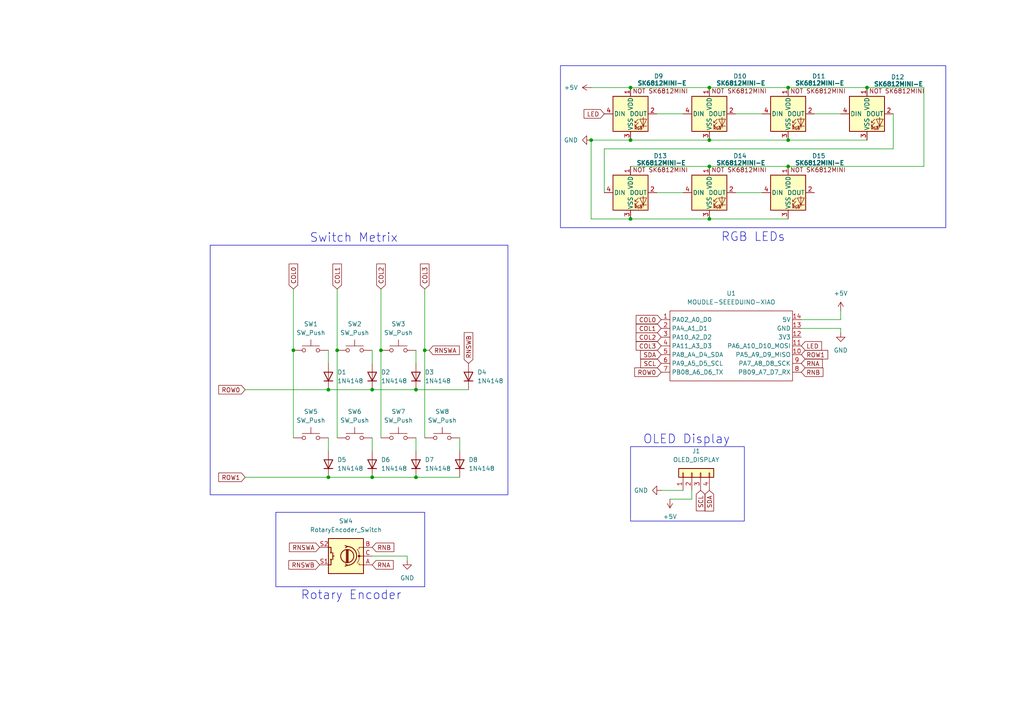
<source format=kicad_sch>
(kicad_sch (version 20250114) (generator "eeschema") (generator_version "9.0")
  (paper "A4")
  (lib_symbols
    (symbol "Connector_Generic:Conn_01x04" (pin_names (offset 1.016) (hide yes))
      (property "Reference" "J" (at 0 5.08 0))
      (property "Value" "Conn_01x04" (at 0 -7.62 0))
      (symbol "Conn_01x04_1_1"
        (rectangle (start -1.27 3.81) (end 1.27 -6.35) (stroke (width 0.254)) (fill (type background)))
        (rectangle (start -1.27 2.667) (end 0 2.413) (stroke (width 0.1524)))
        (rectangle (start -1.27 0.127) (end 0 -0.127) (stroke (width 0.1524)))
        (rectangle (start -1.27 -2.413) (end 0 -2.667) (stroke (width 0.1524)))
        (rectangle (start -1.27 -4.953) (end 0 -5.207) (stroke (width 0.1524)))
        (pin passive line (at -5.08 2.54 0) (length 3.81) (name "Pin_1") (number "1"))
        (pin passive line (at -5.08 0 0) (length 3.81) (name "Pin_2") (number "2"))
        (pin passive line (at -5.08 -2.54 0) (length 3.81) (name "Pin_3") (number "3"))
        (pin passive line (at -5.08 -5.08 0) (length 3.81) (name "Pin_4") (number "4"))
      )
    )
    (symbol "Diode:1N4148" (pin_numbers (hide yes)) (pin_names (hide yes))
      (property "Reference" "D" (at 0 2.54 0))
      (property "Value" "1N4148" (at 0 -2.54 0))
      (symbol "1N4148_0_1"
        (polyline (pts (xy -1.27 1.27) (xy -1.27 -1.27)) (stroke (width 0.254)))
        (polyline (pts (xy 1.27 1.27) (xy 1.27 -1.27) (xy -1.27 0) (xy 1.27 1.27)) (stroke (width 0.254)))
        (polyline (pts (xy 1.27 0) (xy -1.27 0)))
      )
      (symbol "1N4148_1_1"
        (pin passive line (at -3.81 0 0) (length 2.54) (name "K") (number "1"))
        (pin passive line (at 3.81 0 180) (length 2.54) (name "A") (number "2"))
      )
    )
    (symbol "RotaryEncoder_Switch:RotaryEncoder_Switch" (pin_names (offset 0.254) (hide yes))
      (property "Reference" "SW" (at 0 6.604 0))
      (property "Value" "RotaryEncoder_Switch" (at 0 -6.604 0))
      (symbol "RotaryEncoder_Switch_0_1"
        (rectangle (start -5.08 5.08) (end 5.08 -5.08) (stroke (width 0.254)) (fill (type background)))
        (polyline (pts (xy -5.08 2.54) (xy -3.81 2.54) (xy -3.81 2.032)))
        (polyline (pts (xy -5.08 0) (xy -3.81 0) (xy -3.81 -1.016) (xy -3.302 -2.032)))
        (polyline (pts (xy -5.08 -2.54) (xy -3.81 -2.54) (xy -3.81 -2.032)))
        (polyline (pts (xy -4.318 0) (xy -3.81 0) (xy -3.81 1.016) (xy -3.302 2.032)))
        (circle (center -3.81 0) (radius 0.254) (fill (type outline)))
        (polyline (pts (xy -0.635 -1.778) (xy -0.635 1.778)) (stroke (width 0.254)))
        (circle (center -0.381 0) (radius 1.905) (stroke (width 0.254)))
        (polyline (pts (xy -0.381 -1.778) (xy -0.381 1.778)) (stroke (width 0.254)))
        (arc (start -0.381 -2.794) (mid -3.0988 -0.0635) (end -0.381 2.667) (stroke (width 0.254)))
        (polyline (pts (xy -0.127 1.778) (xy -0.127 -1.778)) (stroke (width 0.254)))
        (polyline (pts (xy 0.254 2.921) (xy -0.508 2.667) (xy 0.127 2.286)) (stroke (width 0.254)))
        (polyline (pts (xy 0.254 -3.048) (xy -0.508 -2.794) (xy 0.127 -2.413)) (stroke (width 0.254)))
        (polyline (pts (xy 3.81 1.016) (xy 3.81 -1.016)) (stroke (width 0.254)))
        (polyline (pts (xy 3.81 0) (xy 3.429 0)) (stroke (width 0.254)))
        (circle (center 4.318 1.016) (radius 0.127) (stroke (width 0.254)))
        (circle (center 4.318 -1.016) (radius 0.127) (stroke (width 0.254)))
        (polyline (pts (xy 5.08 2.54) (xy 4.318 2.54) (xy 4.318 1.016)) (stroke (width 0.254)))
        (polyline (pts (xy 5.08 -2.54) (xy 4.318 -2.54) (xy 4.318 -1.016)) (stroke (width 0.254)))
      )
      (symbol "RotaryEncoder_Switch_1_1"
        (pin passive line (at -7.62 2.54 0) (length 2.54) (name "A") (number "A"))
        (pin passive line (at -7.62 0 0) (length 2.54) (name "C") (number "C"))
        (pin passive line (at -7.62 -2.54 0) (length 2.54) (name "B") (number "B"))
        (pin passive line (at 7.62 2.54 180) (length 2.54) (name "S1") (number "S1"))
        (pin passive line (at 7.62 -2.54 180) (length 2.54) (name "S2") (number "S2"))
      )
    )
    (symbol "SK6812MINI-E:SK6812MINI-E" (pin_names (offset 0.254))
      (property "Reference" "D" (at -3.556 5.842 0))
      (property "Value" "SK6812MINI-E" (at 1.27 -5.715 0))
      (symbol "SK6812MINI-E_0_0"
        (text "RGB" (at 2.286 -4.191 0) (effects (font (size 0.762 0.762))))
      )
      (symbol "SK6812MINI-E_0_1"
        (rectangle (start -5.08 5.08) (end 5.08 -5.08) (stroke (width 0.254)) (fill (type background)))
        (polyline (pts (xy 1.27 -2.54) (xy 1.778 -2.54)))
        (polyline (pts (xy 1.27 -3.556) (xy 1.778 -3.556)))
        (polyline (pts (xy 2.286 -1.524) (xy 1.27 -2.54) (xy 1.27 -2.032)))
        (polyline (pts (xy 2.286 -2.54) (xy 1.27 -3.556) (xy 1.27 -3.048)))
        (polyline (pts (xy 3.683 -1.016) (xy 3.683 -3.556) (xy 3.683 -4.064)))
        (polyline (pts (xy 4.699 -1.524) (xy 2.667 -1.524) (xy 3.683 -3.556) (xy 4.699 -1.524)))
        (polyline (pts (xy 4.699 -3.556) (xy 2.667 -3.556)))
      )
      (symbol "SK6812MINI-E_1_1"
        (text "NOT SK6812MINI" (at 8.636 6.604 0) (effects (font (size 1.27 1.27))))
        (pin input line (at -7.62 0 0) (length 2.54) (name "DIN") (number "4"))
        (pin power_in line (at 0 7.62 270) (length 2.54) (name "VDD") (number "1"))
        (pin power_in line (at 0 -7.62 90) (length 2.54) (name "VSS") (number "3"))
        (pin output line (at 7.62 0 180) (length 2.54) (name "DOUT") (number "2"))
      )
    )
    (symbol "Switch:SW_Push" (pin_numbers (hide yes)) (pin_names (offset 1.016) (hide yes))
      (property "Reference" "SW" (at 1.27 2.54 0))
      (property "Value" "SW_Push" (at 0 -1.524 0))
      (symbol "SW_Push_0_1"
        (circle (center -2.032 0) (radius 0.508))
        (polyline (pts (xy 0 1.27) (xy 0 3.048)))
        (circle (center 2.032 0) (radius 0.508))
        (polyline (pts (xy 2.54 1.27) (xy -2.54 1.27)))
        (pin passive line (at -5.08 0 0) (length 2.54) (name "1") (number "1"))
        (pin passive line (at 5.08 0 180) (length 2.54) (name "2") (number "2"))
      )
    )
    (symbol "XIAO_RP2040:MOUDLE-SEEEDUINO-XIAO"
      (property "Reference" "U" (at -16.51 11.43 0))
      (property "Value" "MOUDLE-SEEEDUINO-XIAO" (at -3.81 -11.43 0))
      (symbol "MOUDLE-SEEEDUINO-XIAO_0_1"
        (rectangle (start -16.51 10.16) (end 19.05 -10.16))
      )
      (symbol "MOUDLE-SEEEDUINO-XIAO_1_1"
        (pin passive line (at -19.05 7.62 0) (length 2.54) (name "PA02_A0_D0") (number "1"))
        (pin passive line (at -19.05 5.08 0) (length 2.54) (name "PA4_A1_D1") (number "2"))
        (pin passive line (at -19.05 2.54 0) (length 2.54) (name "PA10_A2_D2") (number "3"))
        (pin passive line (at -19.05 0 0) (length 2.54) (name "PA11_A3_D3") (number "4"))
        (pin passive line (at -19.05 -2.54 0) (length 2.54) (name "PA8_A4_D4_SDA") (number "5"))
        (pin passive line (at -19.05 -5.08 0) (length 2.54) (name "PA9_A5_D5_SCL") (number "6"))
        (pin passive line (at -19.05 -7.62 0) (length 2.54) (name "PB08_A6_D6_TX") (number "7"))
        (pin passive line (at 21.59 7.62 180) (length 2.54) (name "5V") (number "14"))
        (pin passive line (at 21.59 5.08 180) (length 2.54) (name "GND") (number "13"))
        (pin passive line (at 21.59 2.54 180) (length 2.54) (name "3V3") (number "12"))
        (pin passive line (at 21.59 0 180) (length 2.54) (name "PA6_A10_D10_MOSI") (number "11"))
        (pin passive line (at 21.59 -2.54 180) (length 2.54) (name "PA5_A9_D9_MISO") (number "10"))
        (pin passive line (at 21.59 -5.08 180) (length 2.54) (name "PA7_A8_D8_SCK") (number "9"))
        (pin passive line (at 21.59 -7.62 180) (length 2.54) (name "PB09_A7_D7_RX") (number "8"))
      )
    )
    (symbol "power:+5V" (power) (pin_numbers (hide yes)) (pin_names (offset 0) (hide yes))
      (property "Value" "+5V" (at 0 3.556 0))
      (symbol "+5V_0_1"
        (polyline (pts (xy -0.762 1.27) (xy 0 2.54)))
        (polyline (pts (xy 0 2.54) (xy 0.762 1.27)))
        (polyline (pts (xy 0 0) (xy 0 2.54)))
      )
      (symbol "+5V_1_1"
        (pin power_in line (at 0 0 90) (length 0) (name "~") (number "1"))
      )
    )
    (symbol "power:GND" (power) (pin_numbers (hide yes)) (pin_names (offset 0) (hide yes))
      (property "Value" "GND" (at 0 -3.81 0))
      (symbol "GND_0_1"
        (polyline (pts (xy 0 0) (xy 0 -1.27) (xy 1.27 -1.27) (xy 0 -2.54) (xy -1.27 -1.27) (xy 0 -1.27)))
      )
      (symbol "GND_1_1"
        (pin power_in line (at 0 0 270) (length 0) (name "~") (number "1"))
      )
    )
  )
  (rectangle (start 162.56 19.05) (end 274.32 66.04))
  (rectangle (start 182.88 129.54) (end 215.9 151.13))
  (rectangle (start 80.01 148.59) (end 123.19 170.18))
  (rectangle (start 60.96 71.12) (end 147.32 143.51))
  (text "RGB LEDs" (at 218.44 68.834 0) (effects (font (size 2.54 2.54))))
  (text "Switch Metrix" (at 102.616 69.088 0) (effects (font (size 2.54 2.54))))
  (text "OLED Display" (at 199.136 127.508 0) (effects (font (size 2.54 2.54))))
  (text "Rotary Encoder" (at 101.854 172.72 0) (effects (font (size 2.54 2.54))))
  (junction (at 182.88 25.4))
  (junction (at 205.74 48.26))
  (junction (at 171.45 40.64))
  (junction (at 205.74 40.64))
  (junction (at 120.65 113.03))
  (junction (at 182.88 40.64))
  (junction (at 123.19 101.6))
  (junction (at 85.09 101.6))
  (junction (at 205.74 63.5))
  (junction (at 228.6 25.4))
  (junction (at 228.6 40.64))
  (junction (at 251.46 25.4))
  (junction (at 120.65 138.43))
  (junction (at 95.25 113.03))
  (junction (at 228.6 48.26))
  (junction (at 182.88 63.5))
  (junction (at 107.95 113.03))
  (junction (at 107.95 138.43))
  (junction (at 110.49 101.6))
  (junction (at 97.79 101.6))
  (junction (at 95.25 138.43))
  (junction (at 205.74 25.4))
  (wire (pts (xy 213.36 55.88) (xy 220.98 55.88)))
  (wire (pts (xy 267.97 25.4) (xy 267.97 48.26)))
  (wire (pts (xy 97.79 83.82) (xy 97.79 101.6)))
  (wire (pts (xy 97.79 101.6) (xy 97.79 127)))
  (wire (pts (xy 95.25 138.43) (xy 107.95 138.43)))
  (wire (pts (xy 228.6 48.26) (xy 267.97 48.26)))
  (wire (pts (xy 190.5 55.88) (xy 198.12 55.88)))
  (wire (pts (xy 182.88 25.4) (xy 205.74 25.4)))
  (wire (pts (xy 71.12 138.43) (xy 95.25 138.43)))
  (wire (pts (xy 107.95 113.03) (xy 120.65 113.03)))
  (wire (pts (xy 232.41 95.25) (xy 243.84 95.25)))
  (wire (pts (xy 107.95 138.43) (xy 120.65 138.43)))
  (wire (pts (xy 251.46 25.4) (xy 267.97 25.4)))
  (wire (pts (xy 120.65 113.03) (xy 135.89 113.03)))
  (wire (pts (xy 133.35 127) (xy 133.35 130.81)))
  (wire (pts (xy 200.66 144.78) (xy 194.31 144.78)))
  (wire (pts (xy 107.95 101.6) (xy 107.95 105.41)))
  (wire (pts (xy 110.49 83.82) (xy 110.49 101.6)))
  (wire (pts (xy 205.74 63.5) (xy 228.6 63.5)))
  (wire (pts (xy 118.11 161.29) (xy 118.11 162.56)))
  (wire (pts (xy 95.25 101.6) (xy 95.25 105.41)))
  (wire (pts (xy 191.77 142.24) (xy 198.12 142.24)))
  (wire (pts (xy 120.65 127) (xy 120.65 130.81)))
  (wire (pts (xy 182.88 48.26) (xy 205.74 48.26)))
  (wire (pts (xy 107.95 127) (xy 107.95 130.81)))
  (wire (pts (xy 190.5 33.02) (xy 198.12 33.02)))
  (wire (pts (xy 236.22 33.02) (xy 243.84 33.02)))
  (wire (pts (xy 171.45 40.64) (xy 182.88 40.64)))
  (wire (pts (xy 182.88 63.5) (xy 171.45 63.5)))
  (wire (pts (xy 228.6 25.4) (xy 251.46 25.4)))
  (wire (pts (xy 85.09 83.82) (xy 85.09 101.6)))
  (wire (pts (xy 171.45 25.4) (xy 182.88 25.4)))
  (wire (pts (xy 120.65 101.6) (xy 120.65 105.41)))
  (wire (pts (xy 182.88 63.5) (xy 205.74 63.5)))
  (wire (pts (xy 110.49 101.6) (xy 110.49 127)))
  (wire (pts (xy 85.09 101.6) (xy 85.09 127)))
  (wire (pts (xy 95.25 113.03) (xy 107.95 113.03)))
  (wire (pts (xy 228.6 40.64) (xy 251.46 40.64)))
  (wire (pts (xy 175.26 43.18) (xy 175.26 55.88)))
  (wire (pts (xy 123.19 101.6) (xy 123.19 127)))
  (wire (pts (xy 205.74 48.26) (xy 228.6 48.26)))
  (wire (pts (xy 171.45 63.5) (xy 171.45 40.64)))
  (wire (pts (xy 205.74 25.4) (xy 228.6 25.4)))
  (wire (pts (xy 182.88 40.64) (xy 205.74 40.64)))
  (wire (pts (xy 200.66 142.24) (xy 200.66 144.78)))
  (wire (pts (xy 107.95 161.29) (xy 118.11 161.29)))
  (wire (pts (xy 123.19 83.82) (xy 123.19 101.6)))
  (wire (pts (xy 95.25 127) (xy 95.25 130.81)))
  (wire (pts (xy 259.08 33.02) (xy 259.08 43.18)))
  (wire (pts (xy 120.65 138.43) (xy 133.35 138.43)))
  (wire (pts (xy 259.08 43.18) (xy 175.26 43.18)))
  (wire (pts (xy 213.36 33.02) (xy 220.98 33.02)))
  (wire (pts (xy 124.46 101.6) (xy 123.19 101.6)))
  (wire (pts (xy 232.41 92.71) (xy 243.84 92.71)))
  (wire (pts (xy 205.74 40.64) (xy 228.6 40.64)))
  (wire (pts (xy 243.84 95.25) (xy 243.84 96.52)))
  (wire (pts (xy 243.84 90.17) (xy 243.84 92.71)))
  (wire (pts (xy 71.12 113.03) (xy 95.25 113.03)))
  (global_label "LED" (shape input) (at 232.41 100.33 0) (property "Intersheetrefs" "${INTERSHEET_REFS}" (effects (hide yes))))
  (global_label "RNB" (shape input) (at 232.41 107.95 0) (property "Intersheetrefs" "${INTERSHEET_REFS}" (effects (hide yes))))
  (global_label "SCL" (shape input) (at 203.2 142.24 270) (property "Intersheetrefs" "${INTERSHEET_REFS}" (effects (hide yes))))
  (global_label "RNSWA" (shape input) (at 124.46 101.6 0) (property "Intersheetrefs" "${INTERSHEET_REFS}" (effects (hide yes))))
  (global_label "SCL" (shape input) (at 191.77 105.41 180) (property "Intersheetrefs" "${INTERSHEET_REFS}" (effects (hide yes))))
  (global_label "RNSWB" (shape input) (at 135.89 105.41 90) (property "Intersheetrefs" "${INTERSHEET_REFS}" (effects (hide yes))))
  (global_label "ROW0" (shape input) (at 191.77 107.95 180) (property "Intersheetrefs" "${INTERSHEET_REFS}" (effects (hide yes))))
  (global_label "COL1" (shape input) (at 97.79 83.82 90) (property "Intersheetrefs" "${INTERSHEET_REFS}" (effects (hide yes))))
  (global_label "RNB" (shape input) (at 107.95 158.75 0) (property "Intersheetrefs" "${INTERSHEET_REFS}" (effects (hide yes))))
  (global_label "ROW1" (shape input) (at 232.41 102.87 0) (property "Intersheetrefs" "${INTERSHEET_REFS}" (effects (hide yes))))
  (global_label "COL3" (shape input) (at 191.77 100.33 180) (property "Intersheetrefs" "${INTERSHEET_REFS}" (effects (hide yes))))
  (global_label "COL3" (shape input) (at 123.19 83.82 90) (property "Intersheetrefs" "${INTERSHEET_REFS}" (effects (hide yes))))
  (global_label "COL2" (shape input) (at 191.77 97.79 180) (property "Intersheetrefs" "${INTERSHEET_REFS}" (effects (hide yes))))
  (global_label "SDA" (shape input) (at 191.77 102.87 180) (property "Intersheetrefs" "${INTERSHEET_REFS}" (effects (hide yes))))
  (global_label "ROW0" (shape input) (at 71.12 113.03 180) (property "Intersheetrefs" "${INTERSHEET_REFS}" (effects (hide yes))))
  (global_label "LED" (shape input) (at 175.26 33.02 180) (property "Intersheetrefs" "${INTERSHEET_REFS}" (effects (hide yes))))
  (global_label "COL2" (shape input) (at 110.49 83.82 90) (property "Intersheetrefs" "${INTERSHEET_REFS}" (effects (hide yes))))
  (global_label "COL0" (shape input) (at 85.09 83.82 90) (property "Intersheetrefs" "${INTERSHEET_REFS}" (effects (hide yes))))
  (global_label "ROW1" (shape input) (at 71.12 138.43 180) (property "Intersheetrefs" "${INTERSHEET_REFS}" (effects (hide yes))))
  (global_label "COL0" (shape input) (at 191.77 92.71 180) (property "Intersheetrefs" "${INTERSHEET_REFS}" (effects (hide yes))))
  (global_label "SDA" (shape input) (at 205.74 142.24 270) (property "Intersheetrefs" "${INTERSHEET_REFS}" (effects (hide yes))))
  (global_label "RNA" (shape input) (at 232.41 105.41 0) (property "Intersheetrefs" "${INTERSHEET_REFS}" (effects (hide yes))))
  (global_label "COL1" (shape input) (at 191.77 95.25 180) (property "Intersheetrefs" "${INTERSHEET_REFS}" (effects (hide yes))))
  (global_label "RNSWA" (shape input) (at 92.71 158.75 180) (property "Intersheetrefs" "${INTERSHEET_REFS}" (effects (hide yes))))
  (global_label "RNA" (shape input) (at 107.95 163.83 0) (property "Intersheetrefs" "${INTERSHEET_REFS}" (effects (hide yes))))
  (global_label "RNSWB" (shape input) (at 92.71 163.83 180) (property "Intersheetrefs" "${INTERSHEET_REFS}" (effects (hide yes))))
  (symbol (lib_id "power:+5V") (at 171.45 25.4 90) (unit 1)
    (property "Reference" "#PWR06" (effects (hide yes)))
    (property "Value" "+5V" (at 167.64 25.3999 90) (effects (justify left)))
    (property "Description" "Power symbol creates a global label with name \"+5V\"" (effects (hide yes)))
  )
  (symbol (lib_id "power:GND") (at 243.84 96.52 0) (unit 1)
    (property "Reference" "#PWR01" (effects (hide yes)))
    (property "Value" "GND" (at 243.84 101.6 0))
    (property "Description" "Power symbol creates a global label with name \"GND\" , ground" (effects (hide yes)))
  )
  (symbol (lib_id "power:GND") (at 118.11 162.56 0) (unit 1)
    (property "Reference" "#PWR03" (effects (hide yes)))
    (property "Value" "GND" (at 118.11 167.64 0))
    (property "Description" "Power symbol creates a global label with name \"GND\" , ground" (effects (hide yes)))
  )
  (symbol (lib_id "Switch:SW_Push") (at 102.87 101.6 0) (unit 1)
    (property "Reference" "SW2" (at 102.87 93.98 0))
    (property "Value" "SW_Push" (at 102.87 96.52 0))
    (property "Footprint" "Button_Switch_Keyboard:SW_Cherry_MX_1.00u_PCB" (effects (hide yes)))
    (property "Description" "Push button switch, generic, two pins" (effects (hide yes)))
  )
  (symbol (lib_id "Diode:1N4148") (at 133.35 134.62 90) (unit 1)
    (property "Reference" "D8" (at 135.89 133.3499 90) (effects (justify right)))
    (property "Value" "1N4148" (at 135.89 135.8899 90) (effects (justify right)))
    (property "Footprint" "Diode_THT:D_DO-35_SOD27_P7.62mm_Horizontal" (effects (hide yes)))
    (property "Datasheet" "https://assets.nexperia.com/documents/data-sheet/1N4148_1N4448.pdf" (effects (hide yes)))
    (property "Description" "100V 0.15A standard switching diode, DO-35" (effects (hide yes)))
    (property "Sim.Device" "D" (effects (hide yes)))
    (property "Sim.Pins" "1=K 2=A" (effects (hide yes)))
  )
  (symbol (lib_id "Diode:1N4148") (at 95.25 134.62 90) (unit 1)
    (property "Reference" "D5" (at 97.79 133.3499 90) (effects (justify right)))
    (property "Value" "1N4148" (at 97.79 135.8899 90) (effects (justify right)))
    (property "Footprint" "Diode_THT:D_DO-35_SOD27_P7.62mm_Horizontal" (effects (hide yes)))
    (property "Datasheet" "https://assets.nexperia.com/documents/data-sheet/1N4148_1N4448.pdf" (effects (hide yes)))
    (property "Description" "100V 0.15A standard switching diode, DO-35" (effects (hide yes)))
    (property "Sim.Device" "D" (effects (hide yes)))
    (property "Sim.Pins" "1=K 2=A" (effects (hide yes)))
  )
  (symbol (lib_id "RotaryEncoder_Switch:RotaryEncoder_Switch") (at 100.33 161.29 180) (unit 1)
    (property "Reference" "SW4" (at 100.33 151.13 0))
    (property "Value" "RotaryEncoder_Switch" (at 100.33 153.67 0))
    (property "Footprint" "Rotary_Encoder:RotaryEncoder_Alps_EC11E-Switch_Vertical_H20mm" (effects (hide yes)))
    (property "Description" "Rotary encoder, dual channel, incremental quadrate outputs, with switch" (effects (hide yes)))
  )
  (symbol (lib_id "SK6812MINI-E:SK6812MINI-E") (at 205.74 55.88 0) (unit 1)
    (property "Reference" "D14" (at 214.63 45.212 0))
    (property "Value" "SK6812MINI-E" (at 214.884 47.244 0) (effects (font (thickness 0.254) (bold yes))))
    (property "Footprint" "footprints:SK6812MINI-E_fixed" (effects (hide yes)))
    (property "Datasheet" "https://cdn-shop.adafruit.com/product-files/4960/4960_SK6812MINI-E_REV02_EN.pdf" (effects (hide yes)))
    (property "Description" "RGB LED with integrated controller" (effects (hide yes)))
  )
  (symbol (lib_id "SK6812MINI-E:SK6812MINI-E") (at 182.88 33.02 0) (unit 1)
    (property "Reference" "D9" (at 191.008 22.098 0))
    (property "Value" "SK6812MINI-E" (at 192.024 24.13 0) (effects (font (thickness 0.254) (bold yes))))
    (property "Footprint" "footprints:SK6812MINI-E_fixed" (effects (hide yes)))
    (property "Datasheet" "https://cdn-shop.adafruit.com/product-files/4960/4960_SK6812MINI-E_REV02_EN.pdf" (effects (hide yes)))
    (property "Description" "RGB LED with integrated controller" (effects (hide yes)))
  )
  (symbol (lib_id "Switch:SW_Push") (at 115.57 127 0) (unit 1)
    (property "Reference" "SW7" (at 115.57 119.38 0))
    (property "Value" "SW_Push" (at 115.57 121.92 0))
    (property "Footprint" "Button_Switch_Keyboard:SW_Cherry_MX_1.00u_PCB" (effects (hide yes)))
    (property "Description" "Push button switch, generic, two pins" (effects (hide yes)))
  )
  (symbol (lib_id "Switch:SW_Push") (at 128.27 127 0) (unit 1)
    (property "Reference" "SW8" (at 128.27 119.38 0))
    (property "Value" "SW_Push" (at 128.27 121.92 0))
    (property "Footprint" "Button_Switch_Keyboard:SW_Cherry_MX_1.00u_PCB" (effects (hide yes)))
    (property "Description" "Push button switch, generic, two pins" (effects (hide yes)))
  )
  (symbol (lib_id "Diode:1N4148") (at 120.65 109.22 90) (unit 1)
    (property "Reference" "D3" (at 123.19 107.9499 90) (effects (justify right)))
    (property "Value" "1N4148" (at 123.19 110.4899 90) (effects (justify right)))
    (property "Footprint" "Diode_THT:D_DO-35_SOD27_P7.62mm_Horizontal" (effects (hide yes)))
    (property "Datasheet" "https://assets.nexperia.com/documents/data-sheet/1N4148_1N4448.pdf" (effects (hide yes)))
    (property "Description" "100V 0.15A standard switching diode, DO-35" (effects (hide yes)))
    (property "Sim.Device" "D" (effects (hide yes)))
    (property "Sim.Pins" "1=K 2=A" (effects (hide yes)))
  )
  (symbol (lib_id "Switch:SW_Push") (at 90.17 101.6 0) (unit 1)
    (property "Reference" "SW1" (at 90.17 93.98 0))
    (property "Value" "SW_Push" (at 90.17 96.52 0))
    (property "Footprint" "Button_Switch_Keyboard:SW_Cherry_MX_1.00u_PCB" (effects (hide yes)))
    (property "Description" "Push button switch, generic, two pins" (effects (hide yes)))
  )
  (symbol (lib_id "SK6812MINI-E:SK6812MINI-E") (at 228.6 55.88 0) (unit 1)
    (property "Reference" "D15" (at 237.49 45.212 0))
    (property "Value" "SK6812MINI-E" (at 237.744 47.244 0) (effects (font (thickness 0.254) (bold yes))))
    (property "Footprint" "footprints:SK6812MINI-E_fixed" (effects (hide yes)))
    (property "Datasheet" "https://cdn-shop.adafruit.com/product-files/4960/4960_SK6812MINI-E_REV02_EN.pdf" (effects (hide yes)))
    (property "Description" "RGB LED with integrated controller" (effects (hide yes)))
  )
  (symbol (lib_id "SK6812MINI-E:SK6812MINI-E") (at 182.88 55.88 0) (unit 1)
    (property "Reference" "D13" (at 191.516 45.212 0))
    (property "Value" "SK6812MINI-E" (at 191.77 47.244 0) (effects (font (thickness 0.254) (bold yes))))
    (property "Footprint" "footprints:SK6812MINI-E_fixed" (effects (hide yes)))
    (property "Datasheet" "https://cdn-shop.adafruit.com/product-files/4960/4960_SK6812MINI-E_REV02_EN.pdf" (effects (hide yes)))
    (property "Description" "RGB LED with integrated controller" (effects (hide yes)))
  )
  (symbol (lib_id "XIAO_RP2040:MOUDLE-SEEEDUINO-XIAO") (at 210.82 100.33 0) (unit 1)
    (property "Reference" "U1" (at 212.09 85.09 0))
    (property "Value" "MOUDLE-SEEEDUINO-XIAO" (at 212.09 87.63 0))
    (property "Footprint" "footprints:XIAO-Generic-Hybrid-14P-2.54-21X17.8MM" (effects (hide yes)))
  )
  (symbol (lib_id "power:GND") (at 171.45 40.64 270) (unit 1)
    (property "Reference" "#PWR07" (effects (hide yes)))
    (property "Value" "GND" (at 167.64 40.6399 90) (effects (justify right)))
    (property "Description" "Power symbol creates a global label with name \"GND\" , ground" (effects (hide yes)))
  )
  (symbol (lib_id "SK6812MINI-E:SK6812MINI-E") (at 205.74 33.02 0) (unit 1)
    (property "Reference" "D10" (at 214.63 22.098 0))
    (property "Value" "SK6812MINI-E" (at 214.884 24.13 0) (effects (font (thickness 0.254) (bold yes))))
    (property "Footprint" "footprints:SK6812MINI-E_fixed" (effects (hide yes)))
    (property "Datasheet" "https://cdn-shop.adafruit.com/product-files/4960/4960_SK6812MINI-E_REV02_EN.pdf" (effects (hide yes)))
    (property "Description" "RGB LED with integrated controller" (effects (hide yes)))
  )
  (symbol (lib_id "SK6812MINI-E:SK6812MINI-E") (at 251.46 33.02 0) (unit 1)
    (property "Reference" "D12" (at 260.35 22.352 0))
    (property "Value" "SK6812MINI-E" (at 260.604 24.384 0) (effects (font (thickness 0.254) (bold yes))))
    (property "Footprint" "footprints:SK6812MINI-E_fixed" (effects (hide yes)))
    (property "Datasheet" "https://cdn-shop.adafruit.com/product-files/4960/4960_SK6812MINI-E_REV02_EN.pdf" (effects (hide yes)))
    (property "Description" "RGB LED with integrated controller" (effects (hide yes)))
  )
  (symbol (lib_id "Diode:1N4148") (at 135.89 109.22 90) (unit 1)
    (property "Reference" "D4" (at 138.43 107.9499 90) (effects (justify right)))
    (property "Value" "1N4148" (at 138.43 110.4899 90) (effects (justify right)))
    (property "Footprint" "Diode_THT:D_DO-35_SOD27_P7.62mm_Horizontal" (effects (hide yes)))
    (property "Datasheet" "https://assets.nexperia.com/documents/data-sheet/1N4148_1N4448.pdf" (effects (hide yes)))
    (property "Description" "100V 0.15A standard switching diode, DO-35" (effects (hide yes)))
    (property "Sim.Device" "D" (effects (hide yes)))
    (property "Sim.Pins" "1=K 2=A" (effects (hide yes)))
  )
  (symbol (lib_id "Switch:SW_Push") (at 115.57 101.6 0) (unit 1)
    (property "Reference" "SW3" (at 115.57 93.98 0))
    (property "Value" "SW_Push" (at 115.57 96.52 0))
    (property "Footprint" "Button_Switch_Keyboard:SW_Cherry_MX_1.00u_PCB" (effects (hide yes)))
    (property "Description" "Push button switch, generic, two pins" (effects (hide yes)))
  )
  (symbol (lib_id "Diode:1N4148") (at 107.95 109.22 90) (unit 1)
    (property "Reference" "D2" (at 110.49 107.9499 90) (effects (justify right)))
    (property "Value" "1N4148" (at 110.49 110.4899 90) (effects (justify right)))
    (property "Footprint" "Diode_THT:D_DO-35_SOD27_P7.62mm_Horizontal" (effects (hide yes)))
    (property "Datasheet" "https://assets.nexperia.com/documents/data-sheet/1N4148_1N4448.pdf" (effects (hide yes)))
    (property "Description" "100V 0.15A standard switching diode, DO-35" (effects (hide yes)))
    (property "Sim.Device" "D" (effects (hide yes)))
    (property "Sim.Pins" "1=K 2=A" (effects (hide yes)))
  )
  (symbol (lib_id "Diode:1N4148") (at 120.65 134.62 90) (unit 1)
    (property "Reference" "D7" (at 123.19 133.3499 90) (effects (justify right)))
    (property "Value" "1N4148" (at 123.19 135.8899 90) (effects (justify right)))
    (property "Footprint" "Diode_THT:D_DO-35_SOD27_P7.62mm_Horizontal" (effects (hide yes)))
    (property "Datasheet" "https://assets.nexperia.com/documents/data-sheet/1N4148_1N4448.pdf" (effects (hide yes)))
    (property "Description" "100V 0.15A standard switching diode, DO-35" (effects (hide yes)))
    (property "Sim.Device" "D" (effects (hide yes)))
    (property "Sim.Pins" "1=K 2=A" (effects (hide yes)))
  )
  (symbol (lib_id "Connector_Generic:Conn_01x04") (at 200.66 137.16 90) (unit 1)
    (property "Reference" "J1" (at 201.93 130.81 90))
    (property "Value" "OLED_DISPLAY" (at 201.93 133.35 90))
    (property "Footprint" "footprints:SSD1306-0.91-OLED-4pin-128x32" (effects (hide yes)))
    (property "Description" "Generic connector, single row, 01x04, script generated (kicad-library-utils/schlib/autogen/connector/)" (effects (hide yes)))
  )
  (symbol (lib_id "Switch:SW_Push") (at 90.17 127 0) (unit 1)
    (property "Reference" "SW5" (at 90.17 119.38 0))
    (property "Value" "SW_Push" (at 90.17 121.92 0))
    (property "Footprint" "Button_Switch_Keyboard:SW_Cherry_MX_1.00u_PCB" (effects (hide yes)))
    (property "Description" "Push button switch, generic, two pins" (effects (hide yes)))
  )
  (symbol (lib_id "SK6812MINI-E:SK6812MINI-E") (at 228.6 33.02 0) (unit 1)
    (property "Reference" "D11" (at 237.49 22.098 0))
    (property "Value" "SK6812MINI-E" (at 237.744 24.13 0) (effects (font (thickness 0.254) (bold yes))))
    (property "Footprint" "footprints:SK6812MINI-E_fixed" (effects (hide yes)))
    (property "Datasheet" "https://cdn-shop.adafruit.com/product-files/4960/4960_SK6812MINI-E_REV02_EN.pdf" (effects (hide yes)))
    (property "Description" "RGB LED with integrated controller" (effects (hide yes)))
  )
  (symbol (lib_id "Diode:1N4148") (at 107.95 134.62 90) (unit 1)
    (property "Reference" "D6" (at 110.49 133.3499 90) (effects (justify right)))
    (property "Value" "1N4148" (at 110.49 135.8899 90) (effects (justify right)))
    (property "Footprint" "Diode_THT:D_DO-35_SOD27_P7.62mm_Horizontal" (effects (hide yes)))
    (property "Datasheet" "https://assets.nexperia.com/documents/data-sheet/1N4148_1N4448.pdf" (effects (hide yes)))
    (property "Description" "100V 0.15A standard switching diode, DO-35" (effects (hide yes)))
    (property "Sim.Device" "D" (effects (hide yes)))
    (property "Sim.Pins" "1=K 2=A" (effects (hide yes)))
  )
  (symbol (lib_id "power:GND") (at 191.77 142.24 270) (unit 1)
    (property "Reference" "#PWR04" (effects (hide yes)))
    (property "Value" "GND" (at 187.96 142.2399 90) (effects (justify right)))
    (property "Description" "Power symbol creates a global label with name \"GND\" , ground" (effects (hide yes)))
  )
  (symbol (lib_id "power:+5V") (at 194.31 144.78 180) (unit 1)
    (property "Reference" "#PWR05" (effects (hide yes)))
    (property "Value" "+5V" (at 194.31 149.86 0))
    (property "Description" "Power symbol creates a global label with name \"+5V\"" (effects (hide yes)))
  )
  (symbol (lib_id "Switch:SW_Push") (at 102.87 127 0) (unit 1)
    (property "Reference" "SW6" (at 102.87 119.38 0))
    (property "Value" "SW_Push" (at 102.87 121.92 0))
    (property "Footprint" "Button_Switch_Keyboard:SW_Cherry_MX_1.00u_PCB" (effects (hide yes)))
    (property "Description" "Push button switch, generic, two pins" (effects (hide yes)))
  )
  (symbol (lib_id "power:+5V") (at 243.84 90.17 0) (unit 1)
    (property "Reference" "#PWR02" (effects (hide yes)))
    (property "Value" "+5V" (at 243.84 85.09 0))
    (property "Description" "Power symbol creates a global label with name \"+5V\"" (effects (hide yes)))
  )
  (symbol (lib_id "Diode:1N4148") (at 95.25 109.22 90) (unit 1)
    (property "Reference" "D1" (at 97.79 107.9499 90) (effects (justify right)))
    (property "Value" "1N4148" (at 97.79 110.4899 90) (effects (justify right)))
    (property "Footprint" "Diode_THT:D_DO-35_SOD27_P7.62mm_Horizontal" (effects (hide yes)))
    (property "Datasheet" "https://assets.nexperia.com/documents/data-sheet/1N4148_1N4448.pdf" (effects (hide yes)))
    (property "Description" "100V 0.15A standard switching diode, DO-35" (effects (hide yes)))
    (property "Sim.Device" "D" (effects (hide yes)))
    (property "Sim.Pins" "1=K 2=A" (effects (hide yes)))
  )
)
</source>
